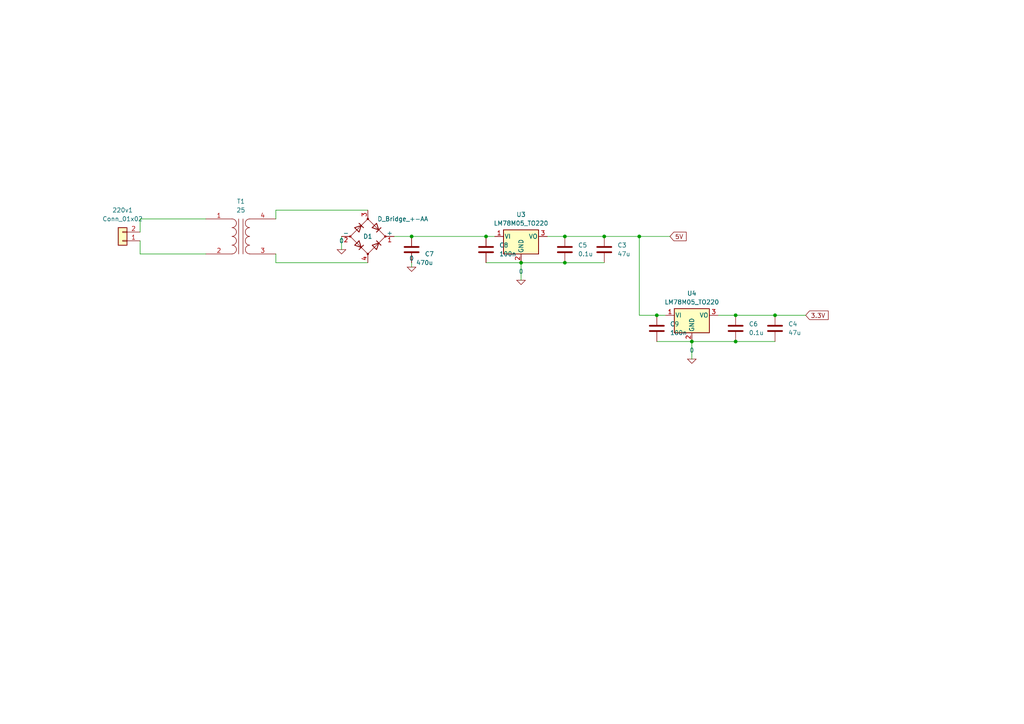
<source format=kicad_sch>
(kicad_sch (version 20230121) (generator eeschema)
  (paper "A4")
  (lib_symbols
    (symbol "Connector_Generic:Conn_01x02" (pin_names (offset 1.016) hide)
      (property "Reference" "J" (at 0 2.54 0))
      (property "Value" "Conn_01x02" (at 0 -5.08 0))
      (symbol "Conn_01x02_1_1"
        (rectangle (start -1.27 -2.413) (end 0 -2.667) (stroke (width 0.1524)))
        (rectangle (start -1.27 0.127) (end 0 -0.127) (stroke (width 0.1524)))
        (rectangle (start -1.27 1.27) (end 1.27 -3.81) (stroke (width 0.254)) (fill (type background)))
        (pin passive line (at -5.08 0 0) (length 3.81) (name "Pin_1") (number "1"))
        (pin passive line (at -5.08 -2.54 0) (length 3.81) (name "Pin_2") (number "2"))
      )
    )
    (symbol "Device:C" (pin_numbers hide) (pin_names (offset 0.254))
      (property "Reference" "C" (at 0.635 2.54 0))
      (property "Value" "C" (at 0.635 -2.54 0))
      (symbol "C_0_1"
        (polyline (pts (xy -2.032 -0.762) (xy 2.032 -0.762)) (stroke (width 0.508)))
        (polyline (pts (xy -2.032 0.762) (xy 2.032 0.762)) (stroke (width 0.508)))
      )
      (symbol "C_1_1"
        (pin passive line (at 0 3.81 270) (length 2.794) (name "~") (number "1"))
        (pin passive line (at 0 -3.81 90) (length 2.794) (name "~") (number "2"))
      )
    )
    (symbol "Device:D_Bridge_+-AA" (pin_names (offset 0))
      (property "Reference" "D" (at 2.54 6.985 0))
      (property "Value" "D_Bridge_+-AA" (at 2.54 5.08 0))
      (symbol "D_Bridge_+-AA_0_1"
        (circle (center -5.08 0) (radius 0.254) (fill (type outline)))
        (circle (center 0 -5.08) (radius 0.254) (fill (type outline)))
        (polyline (pts (xy -2.54 3.81) (xy -1.27 2.54)) (stroke (width 0.254)))
        (polyline (pts (xy -1.27 -2.54) (xy -2.54 -3.81)) (stroke (width 0.254)))
        (polyline (pts (xy 2.54 -1.27) (xy 3.81 -2.54)) (stroke (width 0.254)))
        (polyline (pts (xy 2.54 1.27) (xy 3.81 2.54)) (stroke (width 0.254)))
        (polyline (pts (xy -3.81 2.54) (xy -2.54 1.27) (xy -1.905 3.175) (xy -3.81 2.54)) (stroke (width 0.254)))
        (polyline (pts (xy -2.54 -1.27) (xy -3.81 -2.54) (xy -1.905 -3.175) (xy -2.54 -1.27)) (stroke (width 0.254)))
        (polyline (pts (xy 1.27 2.54) (xy 2.54 3.81) (xy 3.175 1.905) (xy 1.27 2.54)) (stroke (width 0.254)))
        (polyline (pts (xy 3.175 -1.905) (xy 1.27 -2.54) (xy 2.54 -3.81) (xy 3.175 -1.905)) (stroke (width 0.254)))
        (polyline (pts (xy -5.08 0) (xy 0 -5.08) (xy 5.08 0) (xy 0 5.08) (xy -5.08 0)))
        (circle (center 0 5.08) (radius 0.254) (fill (type outline)))
        (circle (center 5.08 0) (radius 0.254) (fill (type outline)))
      )
      (symbol "D_Bridge_+-AA_1_1"
        (pin passive line (at 7.62 0 180) (length 2.54) (name "+") (number "1"))
        (pin passive line (at -7.62 0 0) (length 2.54) (name "-") (number "2"))
        (pin passive line (at 0 7.62 270) (length 2.54) (name "~") (number "3"))
        (pin passive line (at 0 -7.62 90) (length 2.54) (name "~") (number "4"))
      )
    )
    (symbol "Device:Transformer_1P_1S" (pin_names (offset 1.016) hide)
      (property "Reference" "T" (at 0 6.35 0))
      (property "Value" "Transformer_1P_1S" (at 0 -7.62 0))
      (symbol "Transformer_1P_1S_0_1"
        (arc (start -2.54 -5.0546) (mid -1.6599 -4.6901) (end -1.27 -3.81))
        (arc (start -2.54 -2.5146) (mid -1.6599 -2.1501) (end -1.27 -1.27))
        (arc (start -2.54 0.0254) (mid -1.6599 0.3899) (end -1.27 1.27))
        (arc (start -2.54 2.5654) (mid -1.6599 2.9299) (end -1.27 3.81))
        (arc (start -1.27 -3.81) (mid -1.642 -2.912) (end -2.54 -2.54))
        (arc (start -1.27 -1.27) (mid -1.642 -0.372) (end -2.54 0))
        (arc (start -1.27 1.27) (mid -1.642 2.168) (end -2.54 2.54))
        (arc (start -1.27 3.81) (mid -1.642 4.708) (end -2.54 5.08))
        (polyline (pts (xy -0.635 5.08) (xy -0.635 -5.08)))
        (polyline (pts (xy 0.635 -5.08) (xy 0.635 5.08)))
        (arc (start 1.2954 -1.27) (mid 1.6599 -2.1501) (end 2.54 -2.5146))
        (arc (start 1.2954 1.27) (mid 1.6599 0.3899) (end 2.54 0.0254))
        (arc (start 1.2954 3.81) (mid 1.6599 2.9299) (end 2.54 2.5654))
        (arc (start 1.3208 -3.81) (mid 1.6853 -4.6901) (end 2.5654 -5.0546))
        (arc (start 2.54 0) (mid 1.642 -0.372) (end 1.2954 -1.27))
        (arc (start 2.54 2.54) (mid 1.642 2.168) (end 1.2954 1.27))
        (arc (start 2.54 5.08) (mid 1.642 4.708) (end 1.2954 3.81))
        (arc (start 2.5654 -2.54) (mid 1.6674 -2.912) (end 1.3208 -3.81))
      )
      (symbol "Transformer_1P_1S_1_1"
        (pin passive line (at -10.16 5.08 0) (length 7.62) (name "AA") (number "1"))
        (pin passive line (at -10.16 -5.08 0) (length 7.62) (name "AB") (number "2"))
        (pin passive line (at 10.16 -5.08 180) (length 7.62) (name "SA") (number "3"))
        (pin passive line (at 10.16 5.08 180) (length 7.62) (name "SB") (number "4"))
      )
    )
    (symbol "Regulator_Linear:LM78M05_TO220" (pin_names (offset 0.254))
      (property "Reference" "U" (at -3.81 3.175 0))
      (property "Value" "LM78M05_TO220" (at 0 3.175 0))
      (symbol "LM78M05_TO220_0_1"
        (rectangle (start -5.08 1.905) (end 5.08 -5.08) (stroke (width 0.254)) (fill (type background)))
      )
      (symbol "LM78M05_TO220_1_1"
        (pin power_in line (at -7.62 0 0) (length 2.54) (name "VI") (number "1"))
        (pin power_in line (at 0 -7.62 90) (length 2.54) (name "GND") (number "2"))
        (pin power_out line (at 7.62 0 180) (length 2.54) (name "VO") (number "3"))
      )
    )
    (symbol "Simulation_SPICE:0" (power) (pin_names (offset 0))
      (property "Value" "0" (at 0 -1.778 0))
      (symbol "0_0_1"
        (polyline (pts (xy -1.27 0) (xy 0 -1.27) (xy 1.27 0) (xy -1.27 0)))
      )
      (symbol "0_1_1"
        (pin power_in line (at 0 0 0) (length 0) hide (name "0") (number "1"))
      )
    )
  )
  (junction (at 213.36 91.44))
  (junction (at 185.42 68.58))
  (junction (at 163.83 76.2))
  (junction (at 140.97 68.58))
  (junction (at 200.66 99.06))
  (junction (at 224.79 91.44))
  (junction (at 119.38 68.58))
  (junction (at 175.26 68.58))
  (junction (at 163.83 68.58))
  (junction (at 213.36 99.06))
  (junction (at 190.5 91.44))
  (junction (at 151.13 76.2))
  (wire (pts (xy 200.66 99.06) (xy 213.36 99.06)))
  (wire (pts (xy 163.83 68.58) (xy 175.26 68.58)))
  (wire (pts (xy 213.36 99.06) (xy 224.79 99.06)))
  (wire (pts (xy 119.38 68.58) (xy 140.97 68.58)))
  (wire (pts (xy 40.64 63.5) (xy 59.69 63.5)))
  (wire (pts (xy 80.01 76.2) (xy 106.68 76.2)))
  (wire (pts (xy 140.97 68.58) (xy 143.51 68.58)))
  (wire (pts (xy 114.3 68.58) (xy 119.38 68.58)))
  (wire (pts (xy 185.42 68.58) (xy 194.31 68.58)))
  (wire (pts (xy 80.01 63.5) (xy 80.01 60.96)))
  (wire (pts (xy 99.06 68.58) (xy 99.06 72.39)))
  (wire (pts (xy 80.01 73.66) (xy 80.01 76.2)))
  (wire (pts (xy 208.28 91.44) (xy 213.36 91.44)))
  (wire (pts (xy 119.38 76.2) (xy 119.38 77.47)))
  (wire (pts (xy 40.64 73.66) (xy 59.69 73.66)))
  (wire (pts (xy 193.04 91.44) (xy 190.5 91.44)))
  (wire (pts (xy 190.5 99.06) (xy 200.66 99.06)))
  (wire (pts (xy 224.79 91.44) (xy 233.68 91.44)))
  (wire (pts (xy 151.13 76.2) (xy 163.83 76.2)))
  (wire (pts (xy 140.97 76.2) (xy 151.13 76.2)))
  (wire (pts (xy 151.13 76.2) (xy 151.13 81.28)))
  (wire (pts (xy 40.64 69.85) (xy 40.64 73.66)))
  (wire (pts (xy 185.42 68.58) (xy 185.42 91.44)))
  (wire (pts (xy 213.36 91.44) (xy 224.79 91.44)))
  (wire (pts (xy 200.66 99.06) (xy 200.66 104.14)))
  (wire (pts (xy 175.26 68.58) (xy 185.42 68.58)))
  (wire (pts (xy 163.83 76.2) (xy 175.26 76.2)))
  (wire (pts (xy 190.5 91.44) (xy 185.42 91.44)))
  (wire (pts (xy 80.01 60.96) (xy 106.68 60.96)))
  (wire (pts (xy 40.64 67.31) (xy 40.64 63.5)))
  (wire (pts (xy 158.75 68.58) (xy 163.83 68.58)))
  (global_label "5V" (shape input) (at 194.31 68.58 0) (property "Intersheetrefs" "${INTERSHEET_REFS}" (effects hide)))
  (global_label "3.3V" (shape input) (at 233.68 91.44 0) (property "Intersheetrefs" "${INTERSHEET_REFS}" (effects hide)))
  (symbol (lib_id "Device:C") (at 175.26 72.39 0) (unit 1)
    (property "Reference" "C3" (at 179.07 71.12 0) (effects (justify left)))
    (property "Value" "47u" (at 179.07 73.66 0) (effects (justify left)))
    (property "Footprint" "Capacitor_THT:CP_Radial_D8.0mm_P3.80mm" (effects hide))
  )
  (symbol (lib_id "Device:C") (at 140.97 72.39 0) (unit 1)
    (property "Reference" "C8" (at 144.78 71.12 0) (effects (justify left)))
    (property "Value" "100n" (at 144.78 73.66 0) (effects (justify left)))
    (property "Footprint" "Capacitor_THT:CP_Radial_D8.0mm_P3.80mm" (effects hide))
  )
  (symbol (lib_id "Simulation_SPICE:0") (at 99.06 72.39 0) (unit 1)
    (property "Reference" "#GND06" (effects hide))
    (property "Value" "0" (at 99.06 69.85 0))
  )
  (symbol (lib_id "Connector_Generic:Conn_01x02") (at 35.56 69.85 180) (unit 1)
    (property "Reference" "220v1" (at 35.56 60.96 0))
    (property "Value" "Conn_01x02" (at 35.56 63.5 0))
    (property "Footprint" "TerminalBlock:TerminalBlock_bornier-2_P5.08mm" (effects hide))
  )
  (symbol (lib_id "Device:Transformer_1P_1S") (at 69.85 68.58 0) (unit 1)
    (property "Reference" "T1" (at 69.8627 58.42 0))
    (property "Value" "25" (at 69.8627 60.96 0))
    (property "Footprint" "Transformer_THT:Transformer_Toroid_Horizontal_D18.0mm" (effects hide))
  )
  (symbol (lib_id "Simulation_SPICE:0") (at 151.13 81.28 0) (unit 1)
    (property "Reference" "#GND08" (effects hide))
    (property "Value" "0" (at 151.13 78.74 0))
  )
  (symbol (lib_id "Simulation_SPICE:0") (at 200.66 104.14 0) (unit 1)
    (property "Reference" "#GND09" (effects hide))
    (property "Value" "0" (at 200.66 101.6 0))
  )
  (symbol (lib_id "Device:D_Bridge_+-AA") (at 106.68 68.58 0) (unit 1)
    (property "Reference" "D1" (at 106.68 68.58 0))
    (property "Value" "D_Bridge_+-AA" (at 116.84 63.5 0))
    (property "Footprint" "Connector_PinHeader_2.54mm:PinHeader_1x04_P2.54mm_Vertical" (effects hide))
  )
  (symbol (lib_id "Device:C") (at 163.83 72.39 0) (unit 1)
    (property "Reference" "C5" (at 167.64 71.12 0) (effects (justify left)))
    (property "Value" "0.1u" (at 167.64 73.66 0) (effects (justify left)))
    (property "Footprint" "Capacitor_THT:CP_Radial_D8.0mm_P3.80mm" (effects hide))
  )
  (symbol (lib_id "Regulator_Linear:LM78M05_TO220") (at 151.13 68.58 0) (unit 1)
    (property "Reference" "U3" (at 151.13 62.23 0))
    (property "Value" "LM78M05_TO220" (at 151.13 64.77 0))
    (property "Footprint" "Package_TO_SOT_THT:TO-220-3_Vertical" (effects hide))
    (property "Datasheet" "https://www.onsemi.com/pub/Collateral/MC78M00-D.PDF" (effects hide))
  )
  (symbol (lib_id "Regulator_Linear:LM78M05_TO220") (at 200.66 91.44 0) (unit 1)
    (property "Reference" "U4" (at 200.66 85.09 0))
    (property "Value" "LM78M05_TO220" (at 200.66 87.63 0))
    (property "Footprint" "Package_TO_SOT_THT:TO-220-3_Vertical" (effects hide))
    (property "Datasheet" "https://www.onsemi.com/pub/Collateral/MC78M00-D.PDF" (effects hide))
  )
  (symbol (lib_id "Simulation_SPICE:0") (at 119.38 77.47 0) (unit 1)
    (property "Reference" "#GND07" (effects hide))
    (property "Value" "0" (at 119.38 74.93 0))
  )
  (symbol (lib_id "Device:C") (at 190.5 95.25 0) (unit 1)
    (property "Reference" "C9" (at 194.31 93.98 0) (effects (justify left)))
    (property "Value" "100n" (at 194.31 96.52 0) (effects (justify left)))
    (property "Footprint" "Capacitor_THT:CP_Radial_D8.0mm_P3.80mm" (effects hide))
  )
  (symbol (lib_id "Device:C") (at 213.36 95.25 0) (unit 1)
    (property "Reference" "C6" (at 217.17 93.98 0) (effects (justify left)))
    (property "Value" "0.1u" (at 217.17 96.52 0) (effects (justify left)))
    (property "Footprint" "Capacitor_THT:CP_Radial_D8.0mm_P3.80mm" (effects hide))
  )
  (symbol (lib_id "Device:C") (at 119.38 72.39 0) (unit 1)
    (property "Reference" "C7" (at 123.19 73.66 0) (effects (justify left)))
    (property "Value" "470u" (at 120.65 76.2 0) (effects (justify left)))
    (property "Footprint" "Capacitor_THT:CP_Radial_D8.0mm_P3.80mm" (effects hide))
  )
  (symbol (lib_id "Device:C") (at 224.79 95.25 0) (unit 1)
    (property "Reference" "C4" (at 228.6 93.98 0) (effects (justify left)))
    (property "Value" "47u" (at 228.6 96.52 0) (effects (justify left)))
    (property "Footprint" "Capacitor_THT:CP_Radial_D8.0mm_P3.80mm" (effects hide))
  )
)
</source>
